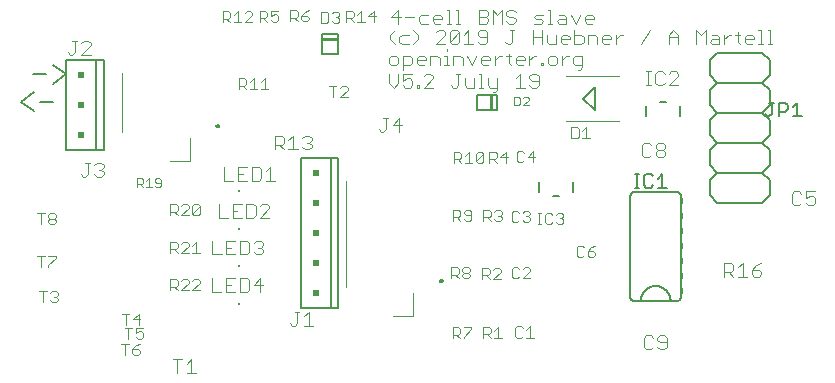
<source format=gbr>
G04 EAGLE Gerber RS-274X export*
G75*
%MOMM*%
%FSLAX34Y34*%
%LPD*%
%INSilkscreen Top*%
%IPPOS*%
%AMOC8*
5,1,8,0,0,1.08239X$1,22.5*%
G01*
%ADD10C,0.101600*%
%ADD11C,0.152400*%
%ADD12C,0.076200*%
%ADD13R,0.127000X0.508000*%
%ADD14C,0.127000*%
%ADD15C,0.203200*%
%ADD16R,0.200000X0.200000*%
%ADD17R,0.508000X0.508000*%
%ADD18C,0.100000*%
%ADD19C,0.200000*%
%ADD20C,0.200000*%


D10*
X318157Y281508D02*
X322055Y281508D01*
X324004Y283457D01*
X324004Y287355D01*
X322055Y289304D01*
X318157Y289304D01*
X316208Y287355D01*
X316208Y283457D01*
X318157Y281508D01*
X327902Y277610D02*
X327902Y289304D01*
X333749Y289304D01*
X335698Y287355D01*
X335698Y283457D01*
X333749Y281508D01*
X327902Y281508D01*
X341545Y281508D02*
X345443Y281508D01*
X341545Y281508D02*
X339596Y283457D01*
X339596Y287355D01*
X341545Y289304D01*
X345443Y289304D01*
X347392Y287355D01*
X347392Y285406D01*
X339596Y285406D01*
X351290Y281508D02*
X351290Y289304D01*
X357137Y289304D01*
X359086Y287355D01*
X359086Y281508D01*
X362984Y289304D02*
X364933Y289304D01*
X364933Y281508D01*
X362984Y281508D02*
X366882Y281508D01*
X364933Y293202D02*
X364933Y295151D01*
X370780Y289304D02*
X370780Y281508D01*
X370780Y289304D02*
X376627Y289304D01*
X378576Y287355D01*
X378576Y281508D01*
X386372Y281508D02*
X382474Y289304D01*
X390270Y289304D02*
X386372Y281508D01*
X396117Y281508D02*
X400015Y281508D01*
X396117Y281508D02*
X394168Y283457D01*
X394168Y287355D01*
X396117Y289304D01*
X400015Y289304D01*
X401964Y287355D01*
X401964Y285406D01*
X394168Y285406D01*
X405862Y281508D02*
X405862Y289304D01*
X405862Y285406D02*
X409760Y289304D01*
X411709Y289304D01*
X417556Y291253D02*
X417556Y283457D01*
X419505Y281508D01*
X419505Y289304D02*
X415607Y289304D01*
X425352Y281508D02*
X429250Y281508D01*
X425352Y281508D02*
X423403Y283457D01*
X423403Y287355D01*
X425352Y289304D01*
X429250Y289304D01*
X431199Y287355D01*
X431199Y285406D01*
X423403Y285406D01*
X435097Y281508D02*
X435097Y289304D01*
X435097Y285406D02*
X438995Y289304D01*
X440944Y289304D01*
X444842Y283457D02*
X444842Y281508D01*
X444842Y283457D02*
X446791Y283457D01*
X446791Y281508D01*
X444842Y281508D01*
X452638Y281508D02*
X456536Y281508D01*
X458485Y283457D01*
X458485Y287355D01*
X456536Y289304D01*
X452638Y289304D01*
X450689Y287355D01*
X450689Y283457D01*
X452638Y281508D01*
X462383Y281508D02*
X462383Y289304D01*
X462383Y285406D02*
X466281Y289304D01*
X468230Y289304D01*
X476026Y277610D02*
X477975Y277610D01*
X479924Y279559D01*
X479924Y289304D01*
X474077Y289304D01*
X472128Y287355D01*
X472128Y283457D01*
X474077Y281508D01*
X479924Y281508D01*
D11*
X26009Y273597D02*
X15162Y273597D01*
X31534Y281732D02*
X42380Y273597D01*
X31534Y265462D01*
X15315Y258602D02*
X4469Y250467D01*
X15315Y242332D01*
X20840Y250467D02*
X31687Y250467D01*
D10*
X324055Y316508D02*
X324055Y328202D01*
X318208Y322355D01*
X326004Y322355D01*
X329902Y322355D02*
X337698Y322355D01*
X343545Y324304D02*
X349392Y324304D01*
X343545Y324304D02*
X341596Y322355D01*
X341596Y318457D01*
X343545Y316508D01*
X349392Y316508D01*
X355239Y316508D02*
X359137Y316508D01*
X355239Y316508D02*
X353290Y318457D01*
X353290Y322355D01*
X355239Y324304D01*
X359137Y324304D01*
X361086Y322355D01*
X361086Y320406D01*
X353290Y320406D01*
X364984Y328202D02*
X366933Y328202D01*
X366933Y316508D01*
X364984Y316508D02*
X368882Y316508D01*
X372780Y328202D02*
X374729Y328202D01*
X374729Y316508D01*
X372780Y316508D02*
X376678Y316508D01*
X392270Y316508D02*
X392270Y328202D01*
X398117Y328202D01*
X400066Y326253D01*
X400066Y324304D01*
X398117Y322355D01*
X400066Y320406D01*
X400066Y318457D01*
X398117Y316508D01*
X392270Y316508D01*
X392270Y322355D02*
X398117Y322355D01*
X403964Y316508D02*
X403964Y328202D01*
X407862Y324304D01*
X411760Y328202D01*
X411760Y316508D01*
X423454Y326253D02*
X421505Y328202D01*
X417607Y328202D01*
X415658Y326253D01*
X415658Y324304D01*
X417607Y322355D01*
X421505Y322355D01*
X423454Y320406D01*
X423454Y318457D01*
X421505Y316508D01*
X417607Y316508D01*
X415658Y318457D01*
X439046Y316508D02*
X444893Y316508D01*
X446842Y318457D01*
X444893Y320406D01*
X440995Y320406D01*
X439046Y322355D01*
X440995Y324304D01*
X446842Y324304D01*
X450740Y328202D02*
X452689Y328202D01*
X452689Y316508D01*
X450740Y316508D02*
X454638Y316508D01*
X460485Y324304D02*
X464383Y324304D01*
X466332Y322355D01*
X466332Y316508D01*
X460485Y316508D01*
X458536Y318457D01*
X460485Y320406D01*
X466332Y320406D01*
X470230Y324304D02*
X474128Y316508D01*
X478026Y324304D01*
X483873Y316508D02*
X487771Y316508D01*
X483873Y316508D02*
X481924Y318457D01*
X481924Y322355D01*
X483873Y324304D01*
X487771Y324304D01*
X489720Y322355D01*
X489720Y320406D01*
X481924Y320406D01*
X321106Y299508D02*
X317208Y303406D01*
X317208Y307304D01*
X321106Y311202D01*
X326953Y307304D02*
X332800Y307304D01*
X326953Y307304D02*
X325004Y305355D01*
X325004Y301457D01*
X326953Y299508D01*
X332800Y299508D01*
X336698Y299508D02*
X340596Y303406D01*
X340596Y307304D01*
X336698Y311202D01*
X356188Y299508D02*
X363984Y299508D01*
X356188Y299508D02*
X363984Y307304D01*
X363984Y309253D01*
X362035Y311202D01*
X358137Y311202D01*
X356188Y309253D01*
X367882Y309253D02*
X367882Y301457D01*
X367882Y309253D02*
X369831Y311202D01*
X373729Y311202D01*
X375678Y309253D01*
X375678Y301457D01*
X373729Y299508D01*
X369831Y299508D01*
X367882Y301457D01*
X375678Y309253D01*
X379576Y307304D02*
X383474Y311202D01*
X383474Y299508D01*
X379576Y299508D02*
X387372Y299508D01*
X391270Y301457D02*
X393219Y299508D01*
X397117Y299508D01*
X399066Y301457D01*
X399066Y309253D01*
X397117Y311202D01*
X393219Y311202D01*
X391270Y309253D01*
X391270Y307304D01*
X393219Y305355D01*
X399066Y305355D01*
X414658Y301457D02*
X416607Y299508D01*
X418556Y299508D01*
X420505Y301457D01*
X420505Y311202D01*
X418556Y311202D02*
X422454Y311202D01*
X438046Y311202D02*
X438046Y299508D01*
X438046Y305355D02*
X445842Y305355D01*
X445842Y311202D02*
X445842Y299508D01*
X449740Y301457D02*
X449740Y307304D01*
X449740Y301457D02*
X451689Y299508D01*
X457536Y299508D01*
X457536Y307304D01*
X463383Y299508D02*
X467281Y299508D01*
X463383Y299508D02*
X461434Y301457D01*
X461434Y305355D01*
X463383Y307304D01*
X467281Y307304D01*
X469230Y305355D01*
X469230Y303406D01*
X461434Y303406D01*
X473128Y299508D02*
X473128Y311202D01*
X473128Y299508D02*
X478975Y299508D01*
X480924Y301457D01*
X480924Y305355D01*
X478975Y307304D01*
X473128Y307304D01*
X484822Y307304D02*
X484822Y299508D01*
X484822Y307304D02*
X490669Y307304D01*
X492618Y305355D01*
X492618Y299508D01*
X498464Y299508D02*
X502362Y299508D01*
X498464Y299508D02*
X496516Y301457D01*
X496516Y305355D01*
X498464Y307304D01*
X502362Y307304D01*
X504311Y305355D01*
X504311Y303406D01*
X496516Y303406D01*
X508209Y299508D02*
X508209Y307304D01*
X508209Y303406D02*
X512107Y307304D01*
X514056Y307304D01*
X529648Y299508D02*
X537444Y311202D01*
X553036Y307304D02*
X553036Y299508D01*
X553036Y307304D02*
X556934Y311202D01*
X560832Y307304D01*
X560832Y299508D01*
X560832Y305355D02*
X553036Y305355D01*
X576424Y299508D02*
X576424Y311202D01*
X580322Y307304D01*
X584220Y311202D01*
X584220Y299508D01*
X590067Y307304D02*
X593965Y307304D01*
X595914Y305355D01*
X595914Y299508D01*
X590067Y299508D01*
X588118Y301457D01*
X590067Y303406D01*
X595914Y303406D01*
X599812Y299508D02*
X599812Y307304D01*
X599812Y303406D02*
X603710Y307304D01*
X605659Y307304D01*
X611506Y309253D02*
X611506Y301457D01*
X613455Y299508D01*
X613455Y307304D02*
X609557Y307304D01*
X619302Y299508D02*
X623200Y299508D01*
X619302Y299508D02*
X617353Y301457D01*
X617353Y305355D01*
X619302Y307304D01*
X623200Y307304D01*
X625149Y305355D01*
X625149Y303406D01*
X617353Y303406D01*
X629047Y311202D02*
X630996Y311202D01*
X630996Y299508D01*
X629047Y299508D02*
X632945Y299508D01*
X636843Y311202D02*
X638792Y311202D01*
X638792Y299508D01*
X636843Y299508D02*
X640741Y299508D01*
X316208Y274202D02*
X316208Y266406D01*
X320106Y262508D01*
X324004Y266406D01*
X324004Y274202D01*
X327902Y274202D02*
X335698Y274202D01*
X327902Y274202D02*
X327902Y268355D01*
X331800Y270304D01*
X333749Y270304D01*
X335698Y268355D01*
X335698Y264457D01*
X333749Y262508D01*
X329851Y262508D01*
X327902Y264457D01*
X339596Y264457D02*
X339596Y262508D01*
X339596Y264457D02*
X341545Y264457D01*
X341545Y262508D01*
X339596Y262508D01*
X345443Y262508D02*
X353239Y262508D01*
X345443Y262508D02*
X353239Y270304D01*
X353239Y272253D01*
X351290Y274202D01*
X347392Y274202D01*
X345443Y272253D01*
X368831Y264457D02*
X370780Y262508D01*
X372729Y262508D01*
X374678Y264457D01*
X374678Y274202D01*
X372729Y274202D02*
X376627Y274202D01*
X380525Y270304D02*
X380525Y264457D01*
X382474Y262508D01*
X388321Y262508D01*
X388321Y270304D01*
X392219Y274202D02*
X394168Y274202D01*
X394168Y262508D01*
X392219Y262508D02*
X396117Y262508D01*
X400015Y264457D02*
X400015Y270304D01*
X400015Y264457D02*
X401964Y262508D01*
X407811Y262508D01*
X407811Y260559D02*
X407811Y270304D01*
X407811Y260559D02*
X405862Y258610D01*
X403913Y258610D01*
X423403Y270304D02*
X427301Y274202D01*
X427301Y262508D01*
X423403Y262508D02*
X431199Y262508D01*
X435097Y264457D02*
X437046Y262508D01*
X440944Y262508D01*
X442893Y264457D01*
X442893Y272253D01*
X440944Y274202D01*
X437046Y274202D01*
X435097Y272253D01*
X435097Y270304D01*
X437046Y268355D01*
X442893Y268355D01*
D12*
X370381Y159087D02*
X370381Y149681D01*
X370381Y159087D02*
X375084Y159087D01*
X376652Y157519D01*
X376652Y154384D01*
X375084Y152816D01*
X370381Y152816D01*
X373516Y152816D02*
X376652Y149681D01*
X379736Y151249D02*
X381304Y149681D01*
X384439Y149681D01*
X386007Y151249D01*
X386007Y157519D01*
X384439Y159087D01*
X381304Y159087D01*
X379736Y157519D01*
X379736Y155952D01*
X381304Y154384D01*
X386007Y154384D01*
X369071Y110427D02*
X369071Y101021D01*
X369071Y110427D02*
X373774Y110427D01*
X375341Y108859D01*
X375341Y105724D01*
X373774Y104156D01*
X369071Y104156D01*
X372206Y104156D02*
X375341Y101021D01*
X378426Y108859D02*
X379993Y110427D01*
X383129Y110427D01*
X384697Y108859D01*
X384697Y107292D01*
X383129Y105724D01*
X384697Y104156D01*
X384697Y102589D01*
X383129Y101021D01*
X379993Y101021D01*
X378426Y102589D01*
X378426Y104156D01*
X379993Y105724D01*
X378426Y107292D01*
X378426Y108859D01*
X379993Y105724D02*
X383129Y105724D01*
X370171Y59427D02*
X370171Y50021D01*
X370171Y59427D02*
X374874Y59427D01*
X376441Y57859D01*
X376441Y54724D01*
X374874Y53156D01*
X370171Y53156D01*
X373306Y53156D02*
X376441Y50021D01*
X379526Y59427D02*
X385797Y59427D01*
X385797Y57859D01*
X379526Y51589D01*
X379526Y50021D01*
X427874Y60227D02*
X429441Y58659D01*
X427874Y60227D02*
X424738Y60227D01*
X423171Y58659D01*
X423171Y52389D01*
X424738Y50821D01*
X427874Y50821D01*
X429441Y52389D01*
X432526Y57092D02*
X435661Y60227D01*
X435661Y50821D01*
X432526Y50821D02*
X438797Y50821D01*
X426341Y108659D02*
X424774Y110227D01*
X421638Y110227D01*
X420071Y108659D01*
X420071Y102389D01*
X421638Y100821D01*
X424774Y100821D01*
X426341Y102389D01*
X429426Y100821D02*
X435697Y100821D01*
X429426Y100821D02*
X435697Y107092D01*
X435697Y108659D01*
X434129Y110227D01*
X430993Y110227D01*
X429426Y108659D01*
X426241Y156659D02*
X424674Y158227D01*
X421538Y158227D01*
X419971Y156659D01*
X419971Y150389D01*
X421538Y148821D01*
X424674Y148821D01*
X426241Y150389D01*
X429326Y156659D02*
X430893Y158227D01*
X434029Y158227D01*
X435597Y156659D01*
X435597Y155092D01*
X434029Y153524D01*
X432461Y153524D01*
X434029Y153524D02*
X435597Y151956D01*
X435597Y150389D01*
X434029Y148821D01*
X430893Y148821D01*
X429326Y150389D01*
X396171Y59827D02*
X396171Y50421D01*
X396171Y59827D02*
X400874Y59827D01*
X402441Y58259D01*
X402441Y55124D01*
X400874Y53556D01*
X396171Y53556D01*
X399306Y53556D02*
X402441Y50421D01*
X405526Y56692D02*
X408661Y59827D01*
X408661Y50421D01*
X405526Y50421D02*
X411797Y50421D01*
X395071Y100421D02*
X395071Y109827D01*
X399774Y109827D01*
X401341Y108259D01*
X401341Y105124D01*
X399774Y103556D01*
X395071Y103556D01*
X398206Y103556D02*
X401341Y100421D01*
X404426Y100421D02*
X410697Y100421D01*
X404426Y100421D02*
X410697Y106692D01*
X410697Y108259D01*
X409129Y109827D01*
X405993Y109827D01*
X404426Y108259D01*
X395971Y149421D02*
X395971Y158827D01*
X400674Y158827D01*
X402241Y157259D01*
X402241Y154124D01*
X400674Y152556D01*
X395971Y152556D01*
X399106Y152556D02*
X402241Y149421D01*
X405326Y157259D02*
X406893Y158827D01*
X410029Y158827D01*
X411597Y157259D01*
X411597Y155692D01*
X410029Y154124D01*
X408461Y154124D01*
X410029Y154124D02*
X411597Y152556D01*
X411597Y150989D01*
X410029Y149421D01*
X406893Y149421D01*
X405326Y150989D01*
D11*
X520487Y170418D02*
X520487Y85582D01*
X563413Y170418D02*
X563411Y170540D01*
X563405Y170662D01*
X563395Y170784D01*
X563382Y170905D01*
X563364Y171026D01*
X563343Y171146D01*
X563317Y171266D01*
X563288Y171384D01*
X563256Y171502D01*
X563219Y171619D01*
X563179Y171734D01*
X563135Y171848D01*
X563087Y171960D01*
X563036Y172071D01*
X562981Y172180D01*
X562923Y172288D01*
X562861Y172393D01*
X562796Y172496D01*
X562728Y172598D01*
X562656Y172697D01*
X562582Y172793D01*
X562504Y172888D01*
X562423Y172979D01*
X562340Y173069D01*
X562254Y173155D01*
X562164Y173238D01*
X562073Y173319D01*
X561978Y173397D01*
X561882Y173471D01*
X561783Y173543D01*
X561681Y173611D01*
X561578Y173676D01*
X561473Y173738D01*
X561365Y173796D01*
X561256Y173851D01*
X561145Y173902D01*
X561033Y173950D01*
X560919Y173994D01*
X560804Y174034D01*
X560687Y174071D01*
X560569Y174103D01*
X560451Y174132D01*
X560331Y174158D01*
X560211Y174179D01*
X560090Y174197D01*
X559969Y174210D01*
X559847Y174220D01*
X559725Y174226D01*
X559603Y174228D01*
X520487Y85582D02*
X520489Y85460D01*
X520495Y85338D01*
X520505Y85216D01*
X520518Y85095D01*
X520536Y84974D01*
X520557Y84854D01*
X520583Y84734D01*
X520612Y84616D01*
X520644Y84498D01*
X520681Y84381D01*
X520721Y84266D01*
X520765Y84152D01*
X520813Y84040D01*
X520864Y83929D01*
X520919Y83820D01*
X520977Y83712D01*
X521039Y83607D01*
X521104Y83504D01*
X521172Y83402D01*
X521244Y83303D01*
X521318Y83207D01*
X521396Y83112D01*
X521477Y83021D01*
X521560Y82931D01*
X521646Y82845D01*
X521736Y82762D01*
X521827Y82681D01*
X521922Y82603D01*
X522018Y82529D01*
X522117Y82457D01*
X522219Y82389D01*
X522322Y82324D01*
X522427Y82262D01*
X522535Y82204D01*
X522644Y82149D01*
X522755Y82098D01*
X522867Y82050D01*
X522981Y82006D01*
X523096Y81966D01*
X523213Y81929D01*
X523331Y81897D01*
X523449Y81868D01*
X523569Y81842D01*
X523689Y81821D01*
X523810Y81803D01*
X523931Y81790D01*
X524053Y81780D01*
X524175Y81774D01*
X524297Y81772D01*
X520487Y170418D02*
X520489Y170540D01*
X520495Y170662D01*
X520505Y170784D01*
X520518Y170905D01*
X520536Y171026D01*
X520557Y171146D01*
X520583Y171266D01*
X520612Y171384D01*
X520644Y171502D01*
X520681Y171619D01*
X520721Y171734D01*
X520765Y171848D01*
X520813Y171960D01*
X520864Y172071D01*
X520919Y172180D01*
X520977Y172288D01*
X521039Y172393D01*
X521104Y172496D01*
X521172Y172598D01*
X521244Y172697D01*
X521318Y172793D01*
X521396Y172888D01*
X521477Y172979D01*
X521560Y173069D01*
X521646Y173155D01*
X521736Y173238D01*
X521827Y173319D01*
X521922Y173397D01*
X522018Y173471D01*
X522117Y173543D01*
X522219Y173611D01*
X522322Y173676D01*
X522427Y173738D01*
X522535Y173796D01*
X522644Y173851D01*
X522755Y173902D01*
X522867Y173950D01*
X522981Y173994D01*
X523096Y174034D01*
X523213Y174071D01*
X523331Y174103D01*
X523449Y174132D01*
X523569Y174158D01*
X523689Y174179D01*
X523810Y174197D01*
X523931Y174210D01*
X524053Y174220D01*
X524175Y174226D01*
X524297Y174228D01*
X563413Y85582D02*
X563411Y85460D01*
X563405Y85338D01*
X563395Y85216D01*
X563382Y85095D01*
X563364Y84974D01*
X563343Y84854D01*
X563317Y84734D01*
X563288Y84616D01*
X563256Y84498D01*
X563219Y84381D01*
X563179Y84266D01*
X563135Y84152D01*
X563087Y84040D01*
X563036Y83929D01*
X562981Y83820D01*
X562923Y83712D01*
X562861Y83607D01*
X562796Y83504D01*
X562728Y83402D01*
X562656Y83303D01*
X562582Y83207D01*
X562504Y83112D01*
X562423Y83021D01*
X562340Y82931D01*
X562254Y82845D01*
X562164Y82762D01*
X562073Y82681D01*
X561978Y82603D01*
X561882Y82529D01*
X561783Y82457D01*
X561681Y82389D01*
X561578Y82324D01*
X561473Y82262D01*
X561365Y82204D01*
X561256Y82149D01*
X561145Y82098D01*
X561033Y82050D01*
X560919Y82006D01*
X560804Y81966D01*
X560687Y81929D01*
X560569Y81897D01*
X560451Y81868D01*
X560331Y81842D01*
X560211Y81821D01*
X560090Y81803D01*
X559969Y81790D01*
X559847Y81780D01*
X559725Y81774D01*
X559603Y81772D01*
X563413Y85582D02*
X563413Y170418D01*
X559603Y174228D02*
X524297Y174228D01*
X524297Y81772D02*
X529250Y81772D01*
X554650Y81772D01*
X559603Y81772D01*
X554650Y81772D02*
X554646Y82081D01*
X554635Y82390D01*
X554616Y82699D01*
X554590Y83007D01*
X554556Y83315D01*
X554515Y83621D01*
X554466Y83927D01*
X554410Y84231D01*
X554346Y84533D01*
X554275Y84834D01*
X554197Y85134D01*
X554112Y85431D01*
X554019Y85726D01*
X553919Y86019D01*
X553812Y86309D01*
X553698Y86596D01*
X553577Y86881D01*
X553449Y87163D01*
X553315Y87441D01*
X553173Y87716D01*
X553025Y87988D01*
X552870Y88255D01*
X552709Y88519D01*
X552542Y88779D01*
X552368Y89035D01*
X552188Y89287D01*
X552002Y89534D01*
X551810Y89776D01*
X551612Y90014D01*
X551409Y90247D01*
X551199Y90475D01*
X550985Y90697D01*
X550765Y90915D01*
X550539Y91127D01*
X550309Y91333D01*
X550074Y91534D01*
X549834Y91729D01*
X549589Y91918D01*
X549340Y92101D01*
X549086Y92278D01*
X548828Y92448D01*
X548566Y92613D01*
X548300Y92771D01*
X548030Y92922D01*
X547757Y93067D01*
X547480Y93205D01*
X547200Y93336D01*
X546917Y93460D01*
X546631Y93578D01*
X546342Y93688D01*
X546051Y93792D01*
X545757Y93888D01*
X545461Y93977D01*
X545162Y94059D01*
X544862Y94134D01*
X544560Y94201D01*
X544257Y94261D01*
X543952Y94313D01*
X543646Y94358D01*
X543339Y94396D01*
X543031Y94426D01*
X542723Y94448D01*
X542414Y94464D01*
X542105Y94471D01*
X541795Y94471D01*
X541486Y94464D01*
X541177Y94448D01*
X540869Y94426D01*
X540561Y94396D01*
X540254Y94358D01*
X539948Y94313D01*
X539643Y94261D01*
X539340Y94201D01*
X539038Y94134D01*
X538738Y94059D01*
X538439Y93977D01*
X538143Y93888D01*
X537849Y93792D01*
X537558Y93688D01*
X537269Y93578D01*
X536983Y93460D01*
X536700Y93336D01*
X536420Y93205D01*
X536143Y93067D01*
X535870Y92922D01*
X535600Y92771D01*
X535334Y92613D01*
X535072Y92448D01*
X534814Y92278D01*
X534560Y92101D01*
X534311Y91918D01*
X534066Y91729D01*
X533826Y91534D01*
X533591Y91333D01*
X533361Y91127D01*
X533135Y90915D01*
X532915Y90697D01*
X532701Y90475D01*
X532491Y90247D01*
X532288Y90014D01*
X532090Y89776D01*
X531898Y89534D01*
X531712Y89287D01*
X531532Y89035D01*
X531358Y88779D01*
X531191Y88519D01*
X531030Y88255D01*
X530875Y87988D01*
X530727Y87716D01*
X530585Y87441D01*
X530451Y87163D01*
X530323Y86881D01*
X530202Y86596D01*
X530088Y86309D01*
X529981Y86019D01*
X529881Y85726D01*
X529788Y85431D01*
X529703Y85134D01*
X529625Y84834D01*
X529554Y84533D01*
X529490Y84231D01*
X529434Y83927D01*
X529385Y83621D01*
X529344Y83315D01*
X529310Y83007D01*
X529284Y82699D01*
X529265Y82390D01*
X529254Y82081D01*
X529250Y81772D01*
D13*
X564048Y89900D03*
X564048Y89900D03*
X564048Y102600D03*
X564048Y115300D03*
X564048Y128000D03*
X564048Y140700D03*
X564048Y153400D03*
X564048Y166100D03*
X519852Y89900D03*
X519852Y89900D03*
X519852Y102600D03*
X519852Y115300D03*
X519852Y128000D03*
X519852Y140700D03*
X519852Y153400D03*
X519852Y166100D03*
D14*
X524386Y177705D02*
X528199Y177705D01*
X526293Y177705D02*
X526293Y189145D01*
X528199Y189145D02*
X524386Y189145D01*
X537902Y189145D02*
X539809Y187238D01*
X537902Y189145D02*
X534089Y189145D01*
X532182Y187238D01*
X532182Y179612D01*
X534089Y177705D01*
X537902Y177705D01*
X539809Y179612D01*
X543876Y185332D02*
X547689Y189145D01*
X547689Y177705D01*
X543876Y177705D02*
X551502Y177705D01*
D12*
X371181Y198481D02*
X371181Y207887D01*
X375884Y207887D01*
X377452Y206319D01*
X377452Y203184D01*
X375884Y201616D01*
X371181Y201616D01*
X374316Y201616D02*
X377452Y198481D01*
X380536Y204752D02*
X383672Y207887D01*
X383672Y198481D01*
X386807Y198481D02*
X380536Y198481D01*
X389891Y200049D02*
X389891Y206319D01*
X391459Y207887D01*
X394594Y207887D01*
X396162Y206319D01*
X396162Y200049D01*
X394594Y198481D01*
X391459Y198481D01*
X389891Y200049D01*
X396162Y206319D01*
X428884Y208687D02*
X430452Y207119D01*
X428884Y208687D02*
X425749Y208687D01*
X424181Y207119D01*
X424181Y200849D01*
X425749Y199281D01*
X428884Y199281D01*
X430452Y200849D01*
X438239Y199281D02*
X438239Y208687D01*
X433536Y203984D01*
X439807Y203984D01*
X401181Y208287D02*
X401181Y198881D01*
X401181Y208287D02*
X405884Y208287D01*
X407452Y206719D01*
X407452Y203584D01*
X405884Y202016D01*
X401181Y202016D01*
X404316Y202016D02*
X407452Y198881D01*
X415239Y198881D02*
X415239Y208287D01*
X410536Y203584D01*
X416807Y203584D01*
D10*
X466044Y272250D02*
X511256Y272250D01*
X511256Y234150D02*
X466044Y234150D01*
D15*
X480350Y253200D02*
X490580Y263200D01*
X480350Y253200D02*
X490580Y243200D01*
X490580Y263200D01*
D12*
X470611Y228837D02*
X470611Y219431D01*
X475314Y219431D01*
X476881Y220999D01*
X476881Y227269D01*
X475314Y228837D01*
X470611Y228837D01*
X479966Y225702D02*
X483101Y228837D01*
X483101Y219431D01*
X479966Y219431D02*
X486237Y219431D01*
D10*
X599926Y114152D02*
X599926Y102458D01*
X599926Y114152D02*
X605773Y114152D01*
X607722Y112203D01*
X607722Y108305D01*
X605773Y106356D01*
X599926Y106356D01*
X603824Y106356D02*
X607722Y102458D01*
X611620Y110254D02*
X615518Y114152D01*
X615518Y102458D01*
X611620Y102458D02*
X619416Y102458D01*
X627212Y112203D02*
X631110Y114152D01*
X627212Y112203D02*
X623314Y108305D01*
X623314Y104407D01*
X625263Y102458D01*
X629161Y102458D01*
X631110Y104407D01*
X631110Y106356D01*
X629161Y108305D01*
X623314Y108305D01*
X538054Y213503D02*
X536105Y215452D01*
X532207Y215452D01*
X530258Y213503D01*
X530258Y205707D01*
X532207Y203758D01*
X536105Y203758D01*
X538054Y205707D01*
X541952Y213503D02*
X543901Y215452D01*
X547799Y215452D01*
X549748Y213503D01*
X549748Y211554D01*
X547799Y209605D01*
X549748Y207656D01*
X549748Y205707D01*
X547799Y203758D01*
X543901Y203758D01*
X541952Y205707D01*
X541952Y207656D01*
X543901Y209605D01*
X541952Y211554D01*
X541952Y213503D01*
X543901Y209605D02*
X547799Y209605D01*
D11*
X632200Y165100D02*
X638550Y171450D01*
X638550Y184150D02*
X632200Y190500D01*
X638550Y196850D01*
X638550Y209550D02*
X632200Y215900D01*
X638550Y222250D01*
X638550Y234950D02*
X632200Y241300D01*
X638550Y247650D01*
X638550Y260350D02*
X632200Y266700D01*
X632200Y165100D02*
X594100Y165100D01*
X587750Y171450D01*
X587750Y184150D01*
X594100Y190500D01*
X587750Y196850D01*
X587750Y209550D01*
X594100Y215900D01*
X587750Y222250D01*
X587750Y234950D01*
X594100Y241300D01*
X587750Y247650D01*
X587750Y260350D01*
X594100Y266700D01*
X594100Y190500D02*
X632200Y190500D01*
X632200Y215900D02*
X594100Y215900D01*
X594100Y241300D02*
X632200Y241300D01*
X632200Y266700D02*
X594100Y266700D01*
X638550Y260350D02*
X638550Y247650D01*
X638550Y234950D02*
X638550Y222250D01*
X638550Y209550D02*
X638550Y196850D01*
X638550Y184150D02*
X638550Y171450D01*
X632200Y266700D02*
X638550Y273050D01*
X638550Y285750D02*
X632200Y292100D01*
X594100Y266700D02*
X587750Y273050D01*
X587750Y285750D01*
X594100Y292100D01*
X632200Y292100D01*
X638550Y285750D02*
X638550Y273050D01*
D14*
X634453Y240242D02*
X636360Y238335D01*
X638266Y238335D01*
X640173Y240242D01*
X640173Y249775D01*
X638266Y249775D02*
X642080Y249775D01*
X646147Y249775D02*
X646147Y238335D01*
X646147Y249775D02*
X651867Y249775D01*
X653774Y247868D01*
X653774Y244055D01*
X651867Y242148D01*
X646147Y242148D01*
X657841Y245962D02*
X661654Y249775D01*
X661654Y238335D01*
X657841Y238335D02*
X665467Y238335D01*
D10*
X537617Y52652D02*
X539566Y50703D01*
X537617Y52652D02*
X533719Y52652D01*
X531770Y50703D01*
X531770Y42907D01*
X533719Y40958D01*
X537617Y40958D01*
X539566Y42907D01*
X543464Y42907D02*
X545413Y40958D01*
X549311Y40958D01*
X551260Y42907D01*
X551260Y50703D01*
X549311Y52652D01*
X545413Y52652D01*
X543464Y50703D01*
X543464Y48754D01*
X545413Y46805D01*
X551260Y46805D01*
D12*
X93276Y61641D02*
X93276Y71047D01*
X90141Y71047D02*
X96411Y71047D01*
X104199Y71047D02*
X104199Y61641D01*
X99496Y66344D02*
X104199Y71047D01*
X105767Y66344D02*
X99496Y66344D01*
X95566Y59087D02*
X95566Y49681D01*
X92431Y59087D02*
X98702Y59087D01*
X101786Y59087D02*
X108057Y59087D01*
X101786Y59087D02*
X101786Y54384D01*
X104922Y55952D01*
X106489Y55952D01*
X108057Y54384D01*
X108057Y51249D01*
X106489Y49681D01*
X103354Y49681D01*
X101786Y51249D01*
X92756Y45667D02*
X92756Y36261D01*
X89621Y45667D02*
X95891Y45667D01*
X102111Y44099D02*
X105247Y45667D01*
X102111Y44099D02*
X98976Y40964D01*
X98976Y37829D01*
X100543Y36261D01*
X103679Y36261D01*
X105247Y37829D01*
X105247Y39396D01*
X103679Y40964D01*
X98976Y40964D01*
X103019Y178293D02*
X103019Y185665D01*
X106705Y185665D01*
X107933Y184437D01*
X107933Y181979D01*
X106705Y180750D01*
X103019Y180750D01*
X105476Y180750D02*
X107933Y178293D01*
X110503Y183208D02*
X112960Y185665D01*
X112960Y178293D01*
X110503Y178293D02*
X115418Y178293D01*
X117987Y179522D02*
X119216Y178293D01*
X121673Y178293D01*
X122902Y179522D01*
X122902Y184437D01*
X121673Y185665D01*
X119216Y185665D01*
X117987Y184437D01*
X117987Y183208D01*
X119216Y181979D01*
X122902Y181979D01*
X131065Y163577D02*
X131065Y154171D01*
X131065Y163577D02*
X135768Y163577D01*
X137336Y162009D01*
X137336Y158874D01*
X135768Y157306D01*
X131065Y157306D01*
X134201Y157306D02*
X137336Y154171D01*
X140421Y154171D02*
X146691Y154171D01*
X140421Y154171D02*
X146691Y160442D01*
X146691Y162009D01*
X145124Y163577D01*
X141988Y163577D01*
X140421Y162009D01*
X149776Y162009D02*
X149776Y155739D01*
X149776Y162009D02*
X151343Y163577D01*
X154479Y163577D01*
X156047Y162009D01*
X156047Y155739D01*
X154479Y154171D01*
X151343Y154171D01*
X149776Y155739D01*
X156047Y162009D01*
X131065Y131827D02*
X131065Y122421D01*
X131065Y131827D02*
X135768Y131827D01*
X137336Y130259D01*
X137336Y127124D01*
X135768Y125556D01*
X131065Y125556D01*
X134201Y125556D02*
X137336Y122421D01*
X140421Y122421D02*
X146691Y122421D01*
X140421Y122421D02*
X146691Y128692D01*
X146691Y130259D01*
X145124Y131827D01*
X141988Y131827D01*
X140421Y130259D01*
X149776Y128692D02*
X152911Y131827D01*
X152911Y122421D01*
X149776Y122421D02*
X156047Y122421D01*
X131065Y100077D02*
X131065Y90671D01*
X131065Y100077D02*
X135768Y100077D01*
X137336Y98509D01*
X137336Y95374D01*
X135768Y93806D01*
X131065Y93806D01*
X134201Y93806D02*
X137336Y90671D01*
X140421Y90671D02*
X146691Y90671D01*
X140421Y90671D02*
X146691Y96942D01*
X146691Y98509D01*
X145124Y100077D01*
X141988Y100077D01*
X140421Y98509D01*
X149776Y90671D02*
X156047Y90671D01*
X149776Y90671D02*
X156047Y96942D01*
X156047Y98509D01*
X154479Y100077D01*
X151343Y100077D01*
X149776Y98509D01*
X232741Y318611D02*
X232741Y328017D01*
X237444Y328017D01*
X239012Y326449D01*
X239012Y323314D01*
X237444Y321746D01*
X232741Y321746D01*
X235876Y321746D02*
X239012Y318611D01*
X245232Y326449D02*
X248367Y328017D01*
X245232Y326449D02*
X242096Y323314D01*
X242096Y320179D01*
X243664Y318611D01*
X246799Y318611D01*
X248367Y320179D01*
X248367Y321746D01*
X246799Y323314D01*
X242096Y323314D01*
X189065Y270377D02*
X189065Y260971D01*
X189065Y270377D02*
X193768Y270377D01*
X195336Y268809D01*
X195336Y265674D01*
X193768Y264106D01*
X189065Y264106D01*
X192201Y264106D02*
X195336Y260971D01*
X198421Y267242D02*
X201556Y270377D01*
X201556Y260971D01*
X198421Y260971D02*
X204691Y260971D01*
X207776Y267242D02*
X210911Y270377D01*
X210911Y260971D01*
X207776Y260971D02*
X214047Y260971D01*
D10*
X663305Y174502D02*
X665254Y172553D01*
X663305Y174502D02*
X659407Y174502D01*
X657458Y172553D01*
X657458Y164757D01*
X659407Y162808D01*
X663305Y162808D01*
X665254Y164757D01*
X669152Y174502D02*
X676948Y174502D01*
X669152Y174502D02*
X669152Y168655D01*
X673050Y170604D01*
X674999Y170604D01*
X676948Y168655D01*
X676948Y164757D01*
X674999Y162808D01*
X671101Y162808D01*
X669152Y164757D01*
D12*
X175455Y317561D02*
X175455Y326967D01*
X180158Y326967D01*
X181726Y325399D01*
X181726Y322264D01*
X180158Y320696D01*
X175455Y320696D01*
X178591Y320696D02*
X181726Y317561D01*
X184811Y323832D02*
X187946Y326967D01*
X187946Y317561D01*
X184811Y317561D02*
X191081Y317561D01*
X194166Y317561D02*
X200437Y317561D01*
X194166Y317561D02*
X200437Y323832D01*
X200437Y325399D01*
X198869Y326967D01*
X195733Y326967D01*
X194166Y325399D01*
X280021Y327437D02*
X280021Y318031D01*
X280021Y327437D02*
X284724Y327437D01*
X286292Y325869D01*
X286292Y322734D01*
X284724Y321166D01*
X280021Y321166D01*
X283156Y321166D02*
X286292Y318031D01*
X289376Y324302D02*
X292512Y327437D01*
X292512Y318031D01*
X295647Y318031D02*
X289376Y318031D01*
X303434Y318031D02*
X303434Y327437D01*
X298731Y322734D01*
X305002Y322734D01*
X268606Y263677D02*
X268606Y254271D01*
X265471Y263677D02*
X271741Y263677D01*
X274826Y254271D02*
X281097Y254271D01*
X274826Y254271D02*
X281097Y260542D01*
X281097Y262109D01*
X279529Y263677D01*
X276393Y263677D01*
X274826Y262109D01*
D10*
X137138Y32252D02*
X137138Y20558D01*
X133240Y32252D02*
X141036Y32252D01*
X144934Y28354D02*
X148832Y32252D01*
X148832Y20558D01*
X144934Y20558D02*
X152730Y20558D01*
D12*
X23186Y80671D02*
X23186Y90077D01*
X20051Y90077D02*
X26322Y90077D01*
X29406Y88509D02*
X30974Y90077D01*
X34109Y90077D01*
X35677Y88509D01*
X35677Y86942D01*
X34109Y85374D01*
X32542Y85374D01*
X34109Y85374D02*
X35677Y83806D01*
X35677Y82239D01*
X34109Y80671D01*
X30974Y80671D01*
X29406Y82239D01*
X21476Y110741D02*
X21476Y120147D01*
X18341Y120147D02*
X24611Y120147D01*
X27696Y120147D02*
X33967Y120147D01*
X33967Y118579D01*
X27696Y112309D01*
X27696Y110741D01*
X21416Y146781D02*
X21416Y156187D01*
X18281Y156187D02*
X24551Y156187D01*
X27636Y154619D02*
X29203Y156187D01*
X32339Y156187D01*
X33907Y154619D01*
X33907Y153052D01*
X32339Y151484D01*
X33907Y149916D01*
X33907Y148349D01*
X32339Y146781D01*
X29203Y146781D01*
X27636Y148349D01*
X27636Y149916D01*
X29203Y151484D01*
X27636Y153052D01*
X27636Y154619D01*
X29203Y151484D02*
X32339Y151484D01*
D16*
X189500Y174650D03*
D10*
X176632Y183678D02*
X176632Y195372D01*
X176632Y183678D02*
X184428Y183678D01*
X188326Y195372D02*
X196122Y195372D01*
X188326Y195372D02*
X188326Y183678D01*
X196122Y183678D01*
X192224Y189525D02*
X188326Y189525D01*
X200020Y195372D02*
X200020Y183678D01*
X205867Y183678D01*
X207816Y185627D01*
X207816Y193423D01*
X205867Y195372D01*
X200020Y195372D01*
X211714Y191474D02*
X215612Y195372D01*
X215612Y183678D01*
X211714Y183678D02*
X219510Y183678D01*
D16*
X189500Y142900D03*
D10*
X172028Y152388D02*
X172028Y164082D01*
X172028Y152388D02*
X179824Y152388D01*
X183722Y164082D02*
X191518Y164082D01*
X183722Y164082D02*
X183722Y152388D01*
X191518Y152388D01*
X187620Y158235D02*
X183722Y158235D01*
X195416Y164082D02*
X195416Y152388D01*
X201263Y152388D01*
X203212Y154337D01*
X203212Y162133D01*
X201263Y164082D01*
X195416Y164082D01*
X207110Y152388D02*
X214906Y152388D01*
X207110Y152388D02*
X214906Y160184D01*
X214906Y162133D01*
X212957Y164082D01*
X209059Y164082D01*
X207110Y162133D01*
D16*
X189500Y111150D03*
D10*
X166632Y121178D02*
X166632Y132872D01*
X166632Y121178D02*
X174428Y121178D01*
X178326Y132872D02*
X186122Y132872D01*
X178326Y132872D02*
X178326Y121178D01*
X186122Y121178D01*
X182224Y127025D02*
X178326Y127025D01*
X190020Y132872D02*
X190020Y121178D01*
X195867Y121178D01*
X197816Y123127D01*
X197816Y130923D01*
X195867Y132872D01*
X190020Y132872D01*
X201714Y130923D02*
X203663Y132872D01*
X207561Y132872D01*
X209510Y130923D01*
X209510Y128974D01*
X207561Y127025D01*
X205612Y127025D01*
X207561Y127025D02*
X209510Y125076D01*
X209510Y123127D01*
X207561Y121178D01*
X203663Y121178D01*
X201714Y123127D01*
D16*
X189500Y79400D03*
D10*
X166462Y89428D02*
X166462Y101122D01*
X166462Y89428D02*
X174258Y89428D01*
X178156Y101122D02*
X185952Y101122D01*
X178156Y101122D02*
X178156Y89428D01*
X185952Y89428D01*
X182054Y95275D02*
X178156Y95275D01*
X189850Y101122D02*
X189850Y89428D01*
X195697Y89428D01*
X197646Y91377D01*
X197646Y99173D01*
X195697Y101122D01*
X189850Y101122D01*
X207391Y101122D02*
X207391Y89428D01*
X201544Y95275D02*
X207391Y101122D01*
X209340Y95275D02*
X201544Y95275D01*
D14*
X391050Y256400D02*
X408050Y256400D01*
X408050Y243400D01*
X391050Y243400D01*
X391050Y256400D01*
X403550Y255900D02*
X403550Y243900D01*
X402550Y243900D01*
X402550Y255900D01*
D12*
X421931Y254653D02*
X421931Y247281D01*
X425617Y247281D01*
X426846Y248510D01*
X426846Y253425D01*
X425617Y254653D01*
X421931Y254653D01*
X429415Y247281D02*
X434330Y247281D01*
X429415Y247281D02*
X434330Y252196D01*
X434330Y253425D01*
X433101Y254653D01*
X430644Y254653D01*
X429415Y253425D01*
D14*
X259650Y290950D02*
X259650Y307950D01*
X272650Y307950D01*
X272650Y290950D01*
X259650Y290950D01*
X260150Y303450D02*
X272150Y303450D01*
X272150Y302450D01*
X260150Y302450D01*
D12*
X258621Y317391D02*
X258621Y326797D01*
X258621Y317391D02*
X263324Y317391D01*
X264891Y318959D01*
X264891Y325229D01*
X263324Y326797D01*
X258621Y326797D01*
X267976Y325229D02*
X269543Y326797D01*
X272679Y326797D01*
X274247Y325229D01*
X274247Y323662D01*
X272679Y322094D01*
X271111Y322094D01*
X272679Y322094D02*
X274247Y320526D01*
X274247Y318959D01*
X272679Y317391D01*
X269543Y317391D01*
X267976Y318959D01*
D11*
X266700Y203200D02*
X241300Y203200D01*
X266700Y203200D02*
X266700Y76200D01*
X241300Y76200D01*
X241300Y203200D01*
X266700Y203200D02*
X273050Y203200D01*
X273050Y76200D01*
X266700Y76200D01*
D17*
X254000Y139700D03*
X254000Y165100D03*
X254000Y190500D03*
X254000Y114300D03*
X254000Y88900D03*
D10*
X232496Y62945D02*
X234445Y60996D01*
X236394Y60996D01*
X238343Y62945D01*
X238343Y72690D01*
X236394Y72690D02*
X240292Y72690D01*
X244190Y68792D02*
X248088Y72690D01*
X248088Y60996D01*
X244190Y60996D02*
X251986Y60996D01*
D12*
X479674Y128727D02*
X481241Y127159D01*
X479674Y128727D02*
X476538Y128727D01*
X474971Y127159D01*
X474971Y120889D01*
X476538Y119321D01*
X479674Y119321D01*
X481241Y120889D01*
X487461Y127159D02*
X490597Y128727D01*
X487461Y127159D02*
X484326Y124024D01*
X484326Y120889D01*
X485893Y119321D01*
X489029Y119321D01*
X490597Y120889D01*
X490597Y122456D01*
X489029Y124024D01*
X484326Y124024D01*
D11*
X68250Y285750D02*
X42850Y285750D01*
X68250Y285750D02*
X68250Y209550D01*
X42850Y209550D02*
X42850Y285750D01*
X68250Y285750D02*
X74600Y285750D01*
X74600Y209550D01*
X68250Y209550D02*
X42850Y209550D01*
X68250Y209550D02*
X74600Y209550D01*
D17*
X55550Y222250D03*
X55550Y247650D03*
X55550Y273050D03*
D10*
X46061Y290410D02*
X44112Y292359D01*
X46061Y290410D02*
X48010Y290410D01*
X49959Y292359D01*
X49959Y302104D01*
X48010Y302104D02*
X51908Y302104D01*
X55806Y290410D02*
X63602Y290410D01*
X55806Y290410D02*
X63602Y298206D01*
X63602Y300155D01*
X61653Y302104D01*
X57755Y302104D01*
X55806Y300155D01*
X219426Y221752D02*
X219426Y210058D01*
X219426Y221752D02*
X225273Y221752D01*
X227222Y219803D01*
X227222Y215905D01*
X225273Y213956D01*
X219426Y213956D01*
X223324Y213956D02*
X227222Y210058D01*
X231120Y217854D02*
X235018Y221752D01*
X235018Y210058D01*
X231120Y210058D02*
X238916Y210058D01*
X242814Y219803D02*
X244763Y221752D01*
X248661Y221752D01*
X250610Y219803D01*
X250610Y217854D01*
X248661Y215905D01*
X246712Y215905D01*
X248661Y215905D02*
X250610Y213956D01*
X250610Y212007D01*
X248661Y210058D01*
X244763Y210058D01*
X242814Y212007D01*
D15*
X562524Y238006D02*
X562524Y246594D01*
X534076Y246594D02*
X534076Y238006D01*
X545616Y250404D02*
X550984Y250404D01*
D10*
X537816Y264398D02*
X533918Y264398D01*
X535867Y264398D02*
X535867Y276092D01*
X533918Y276092D02*
X537816Y276092D01*
X547561Y276092D02*
X549510Y274143D01*
X547561Y276092D02*
X543663Y276092D01*
X541714Y274143D01*
X541714Y266347D01*
X543663Y264398D01*
X547561Y264398D01*
X549510Y266347D01*
X553408Y264398D02*
X561204Y264398D01*
X553408Y264398D02*
X561204Y272194D01*
X561204Y274143D01*
X559255Y276092D01*
X555357Y276092D01*
X553408Y274143D01*
D15*
X443476Y182694D02*
X443476Y174106D01*
X471924Y174106D02*
X471924Y182694D01*
X460384Y170296D02*
X455016Y170296D01*
D12*
X445159Y147031D02*
X442024Y147031D01*
X443591Y147031D02*
X443591Y156437D01*
X442024Y156437D02*
X445159Y156437D01*
X452964Y156437D02*
X454531Y154869D01*
X452964Y156437D02*
X449828Y156437D01*
X448261Y154869D01*
X448261Y148599D01*
X449828Y147031D01*
X452964Y147031D01*
X454531Y148599D01*
X457616Y154869D02*
X459183Y156437D01*
X462319Y156437D01*
X463886Y154869D01*
X463886Y153302D01*
X462319Y151734D01*
X460751Y151734D01*
X462319Y151734D02*
X463886Y150166D01*
X463886Y148599D01*
X462319Y147031D01*
X459183Y147031D01*
X457616Y148599D01*
X206811Y318171D02*
X206811Y327577D01*
X211514Y327577D01*
X213082Y326009D01*
X213082Y322874D01*
X211514Y321306D01*
X206811Y321306D01*
X209946Y321306D02*
X213082Y318171D01*
X216166Y327577D02*
X222437Y327577D01*
X216166Y327577D02*
X216166Y322874D01*
X219302Y324442D01*
X220869Y324442D01*
X222437Y322874D01*
X222437Y319739D01*
X220869Y318171D01*
X217734Y318171D01*
X216166Y319739D01*
D18*
X90390Y274870D02*
X90390Y224870D01*
X147390Y219870D02*
X147390Y199870D01*
X130390Y199870D01*
D19*
X170140Y229870D03*
D20*
X170142Y229808D01*
X170148Y229747D01*
X170157Y229686D01*
X170170Y229626D01*
X170187Y229567D01*
X170208Y229509D01*
X170232Y229452D01*
X170259Y229397D01*
X170290Y229344D01*
X170324Y229292D01*
X170361Y229243D01*
X170401Y229196D01*
X170444Y229152D01*
X170489Y229111D01*
X170537Y229072D01*
X170588Y229036D01*
X170640Y229004D01*
X170694Y228975D01*
X170750Y228949D01*
X170808Y228927D01*
X170866Y228908D01*
X170926Y228893D01*
X170987Y228882D01*
X171048Y228874D01*
X171109Y228870D01*
X171171Y228870D01*
X171232Y228874D01*
X171293Y228882D01*
X171354Y228893D01*
X171414Y228908D01*
X171472Y228927D01*
X171530Y228949D01*
X171586Y228975D01*
X171640Y229004D01*
X171692Y229036D01*
X171743Y229072D01*
X171791Y229111D01*
X171836Y229152D01*
X171879Y229196D01*
X171919Y229243D01*
X171956Y229292D01*
X171990Y229344D01*
X172021Y229397D01*
X172048Y229452D01*
X172072Y229509D01*
X172093Y229567D01*
X172110Y229626D01*
X172123Y229686D01*
X172132Y229747D01*
X172138Y229808D01*
X172140Y229870D01*
D19*
X172140Y229870D03*
D20*
X172138Y229932D01*
X172132Y229993D01*
X172123Y230054D01*
X172110Y230114D01*
X172093Y230173D01*
X172072Y230231D01*
X172048Y230288D01*
X172021Y230343D01*
X171990Y230396D01*
X171956Y230448D01*
X171919Y230497D01*
X171879Y230544D01*
X171836Y230588D01*
X171791Y230629D01*
X171743Y230668D01*
X171692Y230704D01*
X171640Y230736D01*
X171586Y230765D01*
X171530Y230791D01*
X171472Y230813D01*
X171414Y230832D01*
X171354Y230847D01*
X171293Y230858D01*
X171232Y230866D01*
X171171Y230870D01*
X171109Y230870D01*
X171048Y230866D01*
X170987Y230858D01*
X170926Y230847D01*
X170866Y230832D01*
X170808Y230813D01*
X170750Y230791D01*
X170694Y230765D01*
X170640Y230736D01*
X170588Y230704D01*
X170537Y230668D01*
X170489Y230629D01*
X170444Y230588D01*
X170401Y230544D01*
X170361Y230497D01*
X170324Y230448D01*
X170290Y230396D01*
X170259Y230343D01*
X170232Y230288D01*
X170208Y230231D01*
X170187Y230173D01*
X170170Y230114D01*
X170157Y230054D01*
X170148Y229993D01*
X170142Y229932D01*
X170140Y229870D01*
D10*
X57083Y187048D02*
X55134Y188997D01*
X57083Y187048D02*
X59032Y187048D01*
X60981Y188997D01*
X60981Y198742D01*
X59032Y198742D02*
X62930Y198742D01*
X66828Y196793D02*
X68777Y198742D01*
X72675Y198742D01*
X74624Y196793D01*
X74624Y194844D01*
X72675Y192895D01*
X70726Y192895D01*
X72675Y192895D02*
X74624Y190946D01*
X74624Y188997D01*
X72675Y187048D01*
X68777Y187048D01*
X66828Y188997D01*
D18*
X279850Y183750D02*
X279850Y93750D01*
X336850Y88750D02*
X336850Y68750D01*
X319850Y68750D01*
D19*
X359600Y98750D03*
D20*
X359602Y98688D01*
X359608Y98627D01*
X359617Y98566D01*
X359630Y98506D01*
X359647Y98447D01*
X359668Y98389D01*
X359692Y98332D01*
X359719Y98277D01*
X359750Y98224D01*
X359784Y98172D01*
X359821Y98123D01*
X359861Y98076D01*
X359904Y98032D01*
X359949Y97991D01*
X359997Y97952D01*
X360048Y97916D01*
X360100Y97884D01*
X360154Y97855D01*
X360210Y97829D01*
X360268Y97807D01*
X360326Y97788D01*
X360386Y97773D01*
X360447Y97762D01*
X360508Y97754D01*
X360569Y97750D01*
X360631Y97750D01*
X360692Y97754D01*
X360753Y97762D01*
X360814Y97773D01*
X360874Y97788D01*
X360932Y97807D01*
X360990Y97829D01*
X361046Y97855D01*
X361100Y97884D01*
X361152Y97916D01*
X361203Y97952D01*
X361251Y97991D01*
X361296Y98032D01*
X361339Y98076D01*
X361379Y98123D01*
X361416Y98172D01*
X361450Y98224D01*
X361481Y98277D01*
X361508Y98332D01*
X361532Y98389D01*
X361553Y98447D01*
X361570Y98506D01*
X361583Y98566D01*
X361592Y98627D01*
X361598Y98688D01*
X361600Y98750D01*
D19*
X361600Y98750D03*
D20*
X361598Y98812D01*
X361592Y98873D01*
X361583Y98934D01*
X361570Y98994D01*
X361553Y99053D01*
X361532Y99111D01*
X361508Y99168D01*
X361481Y99223D01*
X361450Y99276D01*
X361416Y99328D01*
X361379Y99377D01*
X361339Y99424D01*
X361296Y99468D01*
X361251Y99509D01*
X361203Y99548D01*
X361152Y99584D01*
X361100Y99616D01*
X361046Y99645D01*
X360990Y99671D01*
X360932Y99693D01*
X360874Y99712D01*
X360814Y99727D01*
X360753Y99738D01*
X360692Y99746D01*
X360631Y99750D01*
X360569Y99750D01*
X360508Y99746D01*
X360447Y99738D01*
X360386Y99727D01*
X360326Y99712D01*
X360268Y99693D01*
X360210Y99671D01*
X360154Y99645D01*
X360100Y99616D01*
X360048Y99584D01*
X359997Y99548D01*
X359949Y99509D01*
X359904Y99468D01*
X359861Y99424D01*
X359821Y99377D01*
X359784Y99328D01*
X359750Y99276D01*
X359719Y99223D01*
X359692Y99168D01*
X359668Y99111D01*
X359647Y99053D01*
X359630Y98994D01*
X359617Y98934D01*
X359608Y98873D01*
X359602Y98812D01*
X359600Y98750D01*
D10*
X309503Y225158D02*
X307554Y227107D01*
X309503Y225158D02*
X311452Y225158D01*
X313401Y227107D01*
X313401Y236852D01*
X311452Y236852D02*
X315350Y236852D01*
X325095Y236852D02*
X325095Y225158D01*
X319248Y231005D02*
X325095Y236852D01*
X327044Y231005D02*
X319248Y231005D01*
M02*

</source>
